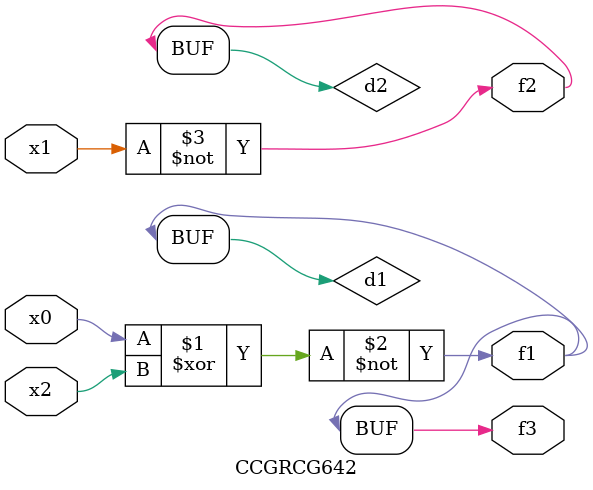
<source format=v>
module CCGRCG642(
	input x0, x1, x2,
	output f1, f2, f3
);

	wire d1, d2, d3;

	xnor (d1, x0, x2);
	nand (d2, x1);
	nor (d3, x1, x2);
	assign f1 = d1;
	assign f2 = d2;
	assign f3 = d1;
endmodule

</source>
